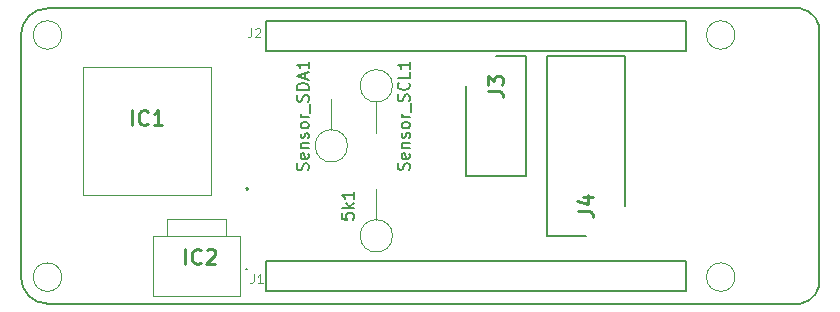
<source format=gbr>
G04 #@! TF.GenerationSoftware,KiCad,Pcbnew,(5.1.6)-1*
G04 #@! TF.CreationDate,2020-05-27T17:34:02-07:00*
G04 #@! TF.ProjectId,MKRShield_v1,4d4b5253-6869-4656-9c64-5f76312e6b69,0.1*
G04 #@! TF.SameCoordinates,Original*
G04 #@! TF.FileFunction,Legend,Top*
G04 #@! TF.FilePolarity,Positive*
%FSLAX46Y46*%
G04 Gerber Fmt 4.6, Leading zero omitted, Abs format (unit mm)*
G04 Created by KiCad (PCBNEW (5.1.6)-1) date 2020-05-27 17:34:02*
%MOMM*%
%LPD*%
G01*
G04 APERTURE LIST*
G04 #@! TA.AperFunction,Profile*
%ADD10C,0.150000*%
G04 #@! TD*
%ADD11C,0.120000*%
%ADD12C,0.200000*%
%ADD13C,0.100000*%
G04 #@! TA.AperFunction,Profile*
%ADD14C,0.100000*%
G04 #@! TD*
%ADD15C,0.127000*%
%ADD16C,0.150000*%
%ADD17C,0.254000*%
%ADD18C,0.065024*%
G04 APERTURE END LIST*
D10*
X180687479Y-117503600D02*
X116937479Y-117503600D01*
X114687479Y-115253600D02*
X114687479Y-94753600D01*
X116937479Y-92503600D02*
X180687479Y-92503600D01*
X114687479Y-115253600D02*
G75*
G03*
X116937479Y-117503600I2250000J0D01*
G01*
X116937479Y-92503600D02*
G75*
G03*
X114687479Y-94753600I0J-2250000D01*
G01*
X180687479Y-117503600D02*
G75*
G03*
X182287479Y-115253600I-325000J1925000D01*
G01*
X180687479Y-92503600D02*
G75*
G02*
X182287479Y-94753600I-325000J-1925000D01*
G01*
X182287479Y-115253600D02*
X182287479Y-94753600D01*
D11*
G04 #@! TO.C,Sensor_SDA1*
X140970000Y-102770000D02*
X140970000Y-100160000D01*
X142340000Y-104140000D02*
G75*
G03*
X142340000Y-104140000I-1370000J0D01*
G01*
G04 #@! TO.C,Sensor_SCL1*
X144780000Y-100430000D02*
X144780000Y-103040000D01*
X146150000Y-99060000D02*
G75*
G03*
X146150000Y-99060000I-1370000J0D01*
G01*
G04 #@! TO.C,5k1*
X144780000Y-110390000D02*
X144780000Y-107780000D01*
X146150000Y-111760000D02*
G75*
G03*
X146150000Y-111760000I-1370000J0D01*
G01*
D12*
G04 #@! TO.C,J3*
X157480000Y-96520000D02*
X154940000Y-96520000D01*
X157480000Y-106690000D02*
X157480000Y-96520000D01*
X152400000Y-106690000D02*
X157480000Y-106690000D01*
X152400000Y-99060000D02*
X152400000Y-106690000D01*
D13*
G04 #@! TO.C,IC2*
X132040000Y-110300000D02*
X132040000Y-111750000D01*
X127040000Y-110300000D02*
X132040000Y-110300000D01*
X127040000Y-111750000D02*
X127040000Y-110300000D01*
D12*
X133840000Y-114600000D02*
X133840000Y-114600000D01*
X133740000Y-114600000D02*
X133740000Y-114600000D01*
D13*
X125850000Y-116850000D02*
X125850000Y-111750000D01*
X133230000Y-116850000D02*
X125850000Y-116850000D01*
X133230000Y-111750000D02*
X133230000Y-116850000D01*
X125850000Y-111750000D02*
X133230000Y-111750000D01*
D12*
X133840000Y-114600000D02*
G75*
G02*
X133740000Y-114600000I-50000J0D01*
G01*
X133740000Y-114600000D02*
G75*
G02*
X133840000Y-114600000I50000J0D01*
G01*
G04 #@! TO.C,J4*
X165860000Y-109220000D02*
X165860000Y-96515000D01*
X165860000Y-96515000D02*
X159260000Y-96515000D01*
X159260000Y-96515000D02*
X159260000Y-111765000D01*
X159260000Y-111765000D02*
X162560000Y-111765000D01*
G04 #@! TO.C,IC1*
X133850000Y-107670000D02*
X133850000Y-107670000D01*
X133850000Y-107870000D02*
X133850000Y-107870000D01*
D13*
X130750000Y-97470000D02*
X130750000Y-108270000D01*
X119950000Y-97470000D02*
X130750000Y-97470000D01*
X119950000Y-108270000D02*
X119950000Y-97470000D01*
X130750000Y-108270000D02*
X119950000Y-108270000D01*
D12*
X133850000Y-107870000D02*
G75*
G02*
X133850000Y-107670000I0J100000D01*
G01*
X133850000Y-107670000D02*
G75*
G02*
X133850000Y-107870000I0J-100000D01*
G01*
D14*
G04 #@! TO.C,U$5*
X118143979Y-115253600D02*
G75*
G03*
X118143979Y-115253600I-1206500J0D01*
G01*
G04 #@! TO.C,U$6*
X118143979Y-94753600D02*
G75*
G03*
X118143979Y-94753600I-1206500J0D01*
G01*
G04 #@! TO.C,U$7*
X175143979Y-94753600D02*
G75*
G03*
X175143979Y-94753600I-1206500J0D01*
G01*
G04 #@! TO.C,U$8*
X175143979Y-115253600D02*
G75*
G03*
X175143979Y-115253600I-1206500J0D01*
G01*
D15*
G04 #@! TO.C,J1*
X135420000Y-116420000D02*
X170980000Y-116420000D01*
X170980000Y-116420000D02*
X170980000Y-113880000D01*
X170980000Y-113880000D02*
X135420000Y-113880000D01*
X135420000Y-113880000D02*
X135420000Y-116420000D01*
G04 #@! TO.C,J2*
X171030000Y-96120000D02*
X171030000Y-93580000D01*
X135470000Y-96120000D02*
X171030000Y-96120000D01*
X135470000Y-93580000D02*
X135470000Y-96120000D01*
X171030000Y-93580000D02*
X135470000Y-93580000D01*
G04 #@! TD*
G04 #@! TO.C,Sensor_SDA1*
D16*
X139004761Y-106195238D02*
X139052380Y-106052380D01*
X139052380Y-105814285D01*
X139004761Y-105719047D01*
X138957142Y-105671428D01*
X138861904Y-105623809D01*
X138766666Y-105623809D01*
X138671428Y-105671428D01*
X138623809Y-105719047D01*
X138576190Y-105814285D01*
X138528571Y-106004761D01*
X138480952Y-106100000D01*
X138433333Y-106147619D01*
X138338095Y-106195238D01*
X138242857Y-106195238D01*
X138147619Y-106147619D01*
X138100000Y-106100000D01*
X138052380Y-106004761D01*
X138052380Y-105766666D01*
X138100000Y-105623809D01*
X139004761Y-104814285D02*
X139052380Y-104909523D01*
X139052380Y-105100000D01*
X139004761Y-105195238D01*
X138909523Y-105242857D01*
X138528571Y-105242857D01*
X138433333Y-105195238D01*
X138385714Y-105100000D01*
X138385714Y-104909523D01*
X138433333Y-104814285D01*
X138528571Y-104766666D01*
X138623809Y-104766666D01*
X138719047Y-105242857D01*
X138385714Y-104338095D02*
X139052380Y-104338095D01*
X138480952Y-104338095D02*
X138433333Y-104290476D01*
X138385714Y-104195238D01*
X138385714Y-104052380D01*
X138433333Y-103957142D01*
X138528571Y-103909523D01*
X139052380Y-103909523D01*
X139004761Y-103480952D02*
X139052380Y-103385714D01*
X139052380Y-103195238D01*
X139004761Y-103100000D01*
X138909523Y-103052380D01*
X138861904Y-103052380D01*
X138766666Y-103100000D01*
X138719047Y-103195238D01*
X138719047Y-103338095D01*
X138671428Y-103433333D01*
X138576190Y-103480952D01*
X138528571Y-103480952D01*
X138433333Y-103433333D01*
X138385714Y-103338095D01*
X138385714Y-103195238D01*
X138433333Y-103100000D01*
X139052380Y-102480952D02*
X139004761Y-102576190D01*
X138957142Y-102623809D01*
X138861904Y-102671428D01*
X138576190Y-102671428D01*
X138480952Y-102623809D01*
X138433333Y-102576190D01*
X138385714Y-102480952D01*
X138385714Y-102338095D01*
X138433333Y-102242857D01*
X138480952Y-102195238D01*
X138576190Y-102147619D01*
X138861904Y-102147619D01*
X138957142Y-102195238D01*
X139004761Y-102242857D01*
X139052380Y-102338095D01*
X139052380Y-102480952D01*
X139052380Y-101719047D02*
X138385714Y-101719047D01*
X138576190Y-101719047D02*
X138480952Y-101671428D01*
X138433333Y-101623809D01*
X138385714Y-101528571D01*
X138385714Y-101433333D01*
X139147619Y-101338095D02*
X139147619Y-100576190D01*
X139004761Y-100385714D02*
X139052380Y-100242857D01*
X139052380Y-100004761D01*
X139004761Y-99909523D01*
X138957142Y-99861904D01*
X138861904Y-99814285D01*
X138766666Y-99814285D01*
X138671428Y-99861904D01*
X138623809Y-99909523D01*
X138576190Y-100004761D01*
X138528571Y-100195238D01*
X138480952Y-100290476D01*
X138433333Y-100338095D01*
X138338095Y-100385714D01*
X138242857Y-100385714D01*
X138147619Y-100338095D01*
X138100000Y-100290476D01*
X138052380Y-100195238D01*
X138052380Y-99957142D01*
X138100000Y-99814285D01*
X139052380Y-99385714D02*
X138052380Y-99385714D01*
X138052380Y-99147619D01*
X138100000Y-99004761D01*
X138195238Y-98909523D01*
X138290476Y-98861904D01*
X138480952Y-98814285D01*
X138623809Y-98814285D01*
X138814285Y-98861904D01*
X138909523Y-98909523D01*
X139004761Y-99004761D01*
X139052380Y-99147619D01*
X139052380Y-99385714D01*
X138766666Y-98433333D02*
X138766666Y-97957142D01*
X139052380Y-98528571D02*
X138052380Y-98195238D01*
X139052380Y-97861904D01*
X139052380Y-97004761D02*
X139052380Y-97576190D01*
X139052380Y-97290476D02*
X138052380Y-97290476D01*
X138195238Y-97385714D01*
X138290476Y-97480952D01*
X138338095Y-97576190D01*
G04 #@! TO.C,Sensor_SCL1*
X147554761Y-106171428D02*
X147602380Y-106028571D01*
X147602380Y-105790476D01*
X147554761Y-105695238D01*
X147507142Y-105647619D01*
X147411904Y-105600000D01*
X147316666Y-105600000D01*
X147221428Y-105647619D01*
X147173809Y-105695238D01*
X147126190Y-105790476D01*
X147078571Y-105980952D01*
X147030952Y-106076190D01*
X146983333Y-106123809D01*
X146888095Y-106171428D01*
X146792857Y-106171428D01*
X146697619Y-106123809D01*
X146650000Y-106076190D01*
X146602380Y-105980952D01*
X146602380Y-105742857D01*
X146650000Y-105600000D01*
X147554761Y-104790476D02*
X147602380Y-104885714D01*
X147602380Y-105076190D01*
X147554761Y-105171428D01*
X147459523Y-105219047D01*
X147078571Y-105219047D01*
X146983333Y-105171428D01*
X146935714Y-105076190D01*
X146935714Y-104885714D01*
X146983333Y-104790476D01*
X147078571Y-104742857D01*
X147173809Y-104742857D01*
X147269047Y-105219047D01*
X146935714Y-104314285D02*
X147602380Y-104314285D01*
X147030952Y-104314285D02*
X146983333Y-104266666D01*
X146935714Y-104171428D01*
X146935714Y-104028571D01*
X146983333Y-103933333D01*
X147078571Y-103885714D01*
X147602380Y-103885714D01*
X147554761Y-103457142D02*
X147602380Y-103361904D01*
X147602380Y-103171428D01*
X147554761Y-103076190D01*
X147459523Y-103028571D01*
X147411904Y-103028571D01*
X147316666Y-103076190D01*
X147269047Y-103171428D01*
X147269047Y-103314285D01*
X147221428Y-103409523D01*
X147126190Y-103457142D01*
X147078571Y-103457142D01*
X146983333Y-103409523D01*
X146935714Y-103314285D01*
X146935714Y-103171428D01*
X146983333Y-103076190D01*
X147602380Y-102457142D02*
X147554761Y-102552380D01*
X147507142Y-102600000D01*
X147411904Y-102647619D01*
X147126190Y-102647619D01*
X147030952Y-102600000D01*
X146983333Y-102552380D01*
X146935714Y-102457142D01*
X146935714Y-102314285D01*
X146983333Y-102219047D01*
X147030952Y-102171428D01*
X147126190Y-102123809D01*
X147411904Y-102123809D01*
X147507142Y-102171428D01*
X147554761Y-102219047D01*
X147602380Y-102314285D01*
X147602380Y-102457142D01*
X147602380Y-101695238D02*
X146935714Y-101695238D01*
X147126190Y-101695238D02*
X147030952Y-101647619D01*
X146983333Y-101600000D01*
X146935714Y-101504761D01*
X146935714Y-101409523D01*
X147697619Y-101314285D02*
X147697619Y-100552380D01*
X147554761Y-100361904D02*
X147602380Y-100219047D01*
X147602380Y-99980952D01*
X147554761Y-99885714D01*
X147507142Y-99838095D01*
X147411904Y-99790476D01*
X147316666Y-99790476D01*
X147221428Y-99838095D01*
X147173809Y-99885714D01*
X147126190Y-99980952D01*
X147078571Y-100171428D01*
X147030952Y-100266666D01*
X146983333Y-100314285D01*
X146888095Y-100361904D01*
X146792857Y-100361904D01*
X146697619Y-100314285D01*
X146650000Y-100266666D01*
X146602380Y-100171428D01*
X146602380Y-99933333D01*
X146650000Y-99790476D01*
X147507142Y-98790476D02*
X147554761Y-98838095D01*
X147602380Y-98980952D01*
X147602380Y-99076190D01*
X147554761Y-99219047D01*
X147459523Y-99314285D01*
X147364285Y-99361904D01*
X147173809Y-99409523D01*
X147030952Y-99409523D01*
X146840476Y-99361904D01*
X146745238Y-99314285D01*
X146650000Y-99219047D01*
X146602380Y-99076190D01*
X146602380Y-98980952D01*
X146650000Y-98838095D01*
X146697619Y-98790476D01*
X147602380Y-97885714D02*
X147602380Y-98361904D01*
X146602380Y-98361904D01*
X147602380Y-97028571D02*
X147602380Y-97600000D01*
X147602380Y-97314285D02*
X146602380Y-97314285D01*
X146745238Y-97409523D01*
X146840476Y-97504761D01*
X146888095Y-97600000D01*
G04 #@! TO.C,5k1*
X141862380Y-109862857D02*
X141862380Y-110339047D01*
X142338571Y-110386666D01*
X142290952Y-110339047D01*
X142243333Y-110243809D01*
X142243333Y-110005714D01*
X142290952Y-109910476D01*
X142338571Y-109862857D01*
X142433809Y-109815238D01*
X142671904Y-109815238D01*
X142767142Y-109862857D01*
X142814761Y-109910476D01*
X142862380Y-110005714D01*
X142862380Y-110243809D01*
X142814761Y-110339047D01*
X142767142Y-110386666D01*
X142862380Y-109386666D02*
X141862380Y-109386666D01*
X142481428Y-109291428D02*
X142862380Y-109005714D01*
X142195714Y-109005714D02*
X142576666Y-109386666D01*
X142862380Y-108053333D02*
X142862380Y-108624761D01*
X142862380Y-108339047D02*
X141862380Y-108339047D01*
X142005238Y-108434285D01*
X142100476Y-108529523D01*
X142148095Y-108624761D01*
G04 #@! TO.C,J3*
D17*
X154244523Y-99483333D02*
X155151666Y-99483333D01*
X155333095Y-99543809D01*
X155454047Y-99664761D01*
X155514523Y-99846190D01*
X155514523Y-99967142D01*
X154244523Y-98999523D02*
X154244523Y-98213333D01*
X154728333Y-98636666D01*
X154728333Y-98455238D01*
X154788809Y-98334285D01*
X154849285Y-98273809D01*
X154970238Y-98213333D01*
X155272619Y-98213333D01*
X155393571Y-98273809D01*
X155454047Y-98334285D01*
X155514523Y-98455238D01*
X155514523Y-98818095D01*
X155454047Y-98939047D01*
X155393571Y-98999523D01*
G04 #@! TO.C,IC2*
X128605238Y-114149523D02*
X128605238Y-112879523D01*
X129935714Y-114028571D02*
X129875238Y-114089047D01*
X129693809Y-114149523D01*
X129572857Y-114149523D01*
X129391428Y-114089047D01*
X129270476Y-113968095D01*
X129210000Y-113847142D01*
X129149523Y-113605238D01*
X129149523Y-113423809D01*
X129210000Y-113181904D01*
X129270476Y-113060952D01*
X129391428Y-112940000D01*
X129572857Y-112879523D01*
X129693809Y-112879523D01*
X129875238Y-112940000D01*
X129935714Y-113000476D01*
X130419523Y-113000476D02*
X130480000Y-112940000D01*
X130600952Y-112879523D01*
X130903333Y-112879523D01*
X131024285Y-112940000D01*
X131084761Y-113000476D01*
X131145238Y-113121428D01*
X131145238Y-113242380D01*
X131084761Y-113423809D01*
X130359047Y-114149523D01*
X131145238Y-114149523D01*
G04 #@! TO.C,J4*
X161864523Y-109643333D02*
X162771666Y-109643333D01*
X162953095Y-109703809D01*
X163074047Y-109824761D01*
X163134523Y-110006190D01*
X163134523Y-110127142D01*
X162287857Y-108494285D02*
X163134523Y-108494285D01*
X161804047Y-108796666D02*
X162711190Y-109099047D01*
X162711190Y-108312857D01*
G04 #@! TO.C,IC1*
X124110238Y-102389523D02*
X124110238Y-101119523D01*
X125440714Y-102268571D02*
X125380238Y-102329047D01*
X125198809Y-102389523D01*
X125077857Y-102389523D01*
X124896428Y-102329047D01*
X124775476Y-102208095D01*
X124715000Y-102087142D01*
X124654523Y-101845238D01*
X124654523Y-101663809D01*
X124715000Y-101421904D01*
X124775476Y-101300952D01*
X124896428Y-101180000D01*
X125077857Y-101119523D01*
X125198809Y-101119523D01*
X125380238Y-101180000D01*
X125440714Y-101240476D01*
X126650238Y-102389523D02*
X125924523Y-102389523D01*
X126287380Y-102389523D02*
X126287380Y-101119523D01*
X126166428Y-101300952D01*
X126045476Y-101421904D01*
X125924523Y-101482380D01*
G04 #@! TO.C,@HOLE0*
D16*
G04 #@! TO.C,@HOLE1*
G04 #@! TO.C,@HOLE2*
G04 #@! TO.C,@HOLE3*
G04 #@! TO.C,J1*
D18*
X134396730Y-114991070D02*
X134396730Y-115542613D01*
X134359960Y-115652921D01*
X134286421Y-115726460D01*
X134176113Y-115763230D01*
X134102574Y-115763230D01*
X135168890Y-115763230D02*
X134727656Y-115763230D01*
X134948273Y-115763230D02*
X134948273Y-114991070D01*
X134874734Y-115101379D01*
X134801195Y-115174918D01*
X134727656Y-115211687D01*
G04 #@! TO.C,J2*
X134196730Y-94191070D02*
X134196730Y-94742613D01*
X134159960Y-94852921D01*
X134086421Y-94926460D01*
X133976113Y-94963230D01*
X133902574Y-94963230D01*
X134527656Y-94264609D02*
X134564425Y-94227840D01*
X134637964Y-94191070D01*
X134821812Y-94191070D01*
X134895351Y-94227840D01*
X134932120Y-94264609D01*
X134968890Y-94338148D01*
X134968890Y-94411687D01*
X134932120Y-94521996D01*
X134490886Y-94963230D01*
X134968890Y-94963230D01*
G04 #@! TD*
M02*

</source>
